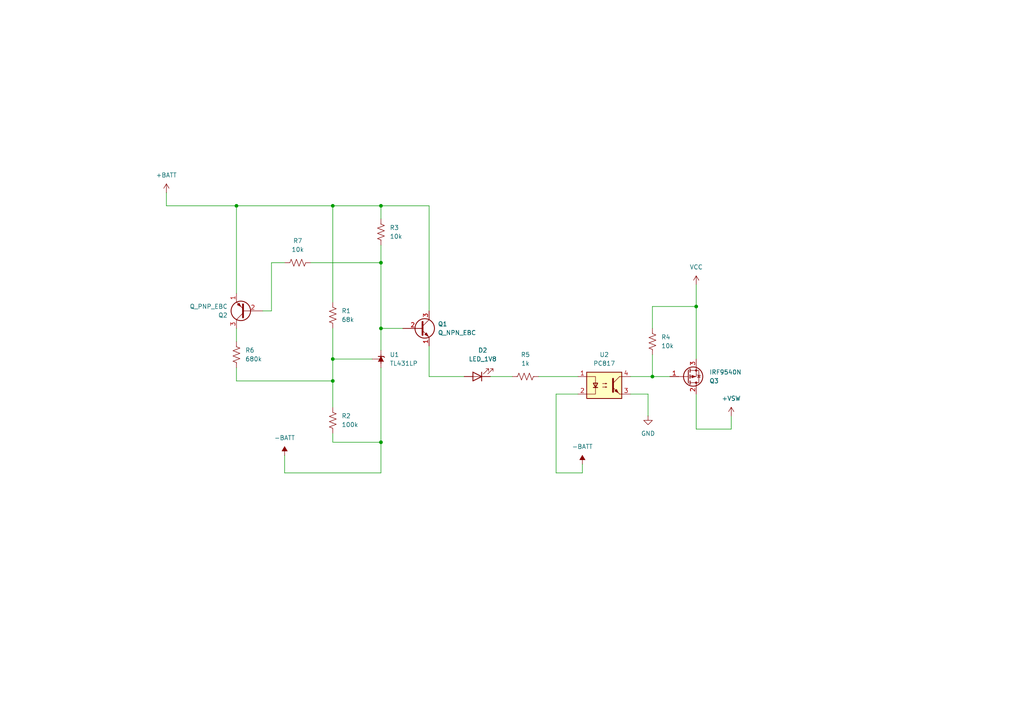
<source format=kicad_sch>
(kicad_sch (version 20231120) (generator "eeschema") (generator_version "8.0")
  (paper "A4")
  (lib_symbols
    (symbol "Device:LED" (pin_numbers hide) (pin_names (offset 1.016) hide)
      (property "Reference" "D" (at 0 2.54 0))
      (property "Value" "LED" (at 0 -2.54 0))
      (symbol "LED_0_1"
        (polyline (pts (xy -1.27 -1.27) (xy -1.27 1.27)) (stroke (width 0.254)))
        (polyline (pts (xy -1.27 0) (xy 1.27 0)))
        (polyline (pts (xy 1.27 -1.27) (xy 1.27 1.27) (xy -1.27 0) (xy 1.27 -1.27)) (stroke (width 0.254)))
        (polyline (pts (xy -3.048 -0.762) (xy -4.572 -2.286) (xy -3.81 -2.286) (xy -4.572 -2.286) (xy -4.572 -1.524)))
        (polyline (pts (xy -1.778 -0.762) (xy -3.302 -2.286) (xy -2.54 -2.286) (xy -3.302 -2.286) (xy -3.302 -1.524)))
      )
      (symbol "LED_1_1"
        (pin passive line (at -3.81 0 0) (length 2.54) (name "K") (number "1"))
        (pin passive line (at 3.81 0 180) (length 2.54) (name "A") (number "2"))
      )
    )
    (symbol "Device:Q_NPN_EBC" (pin_names (offset 0) hide)
      (property "Reference" "Q" (at 5.08 1.27 0))
      (property "Value" "Q_NPN_EBC" (at 5.08 -1.27 0))
      (symbol "Q_NPN_EBC_0_1"
        (polyline (pts (xy 0.635 0.635) (xy 2.54 2.54)))
        (polyline (pts (xy 0.635 -0.635) (xy 2.54 -2.54) (xy 2.54 -2.54)))
        (polyline (pts (xy 0.635 1.905) (xy 0.635 -1.905) (xy 0.635 -1.905)) (stroke (width 0.508)))
        (polyline (pts (xy 1.27 -1.778) (xy 1.778 -1.27) (xy 2.286 -2.286) (xy 1.27 -1.778) (xy 1.27 -1.778)) (fill (type outline)))
        (circle (center 1.27 0) (radius 2.8194) (stroke (width 0.254)))
      )
      (symbol "Q_NPN_EBC_1_1"
        (pin passive line (at 2.54 -5.08 90) (length 2.54) (name "E") (number "1"))
        (pin passive line (at -5.08 0 0) (length 5.715) (name "B") (number "2"))
        (pin passive line (at 2.54 5.08 270) (length 2.54) (name "C") (number "3"))
      )
    )
    (symbol "Device:Q_PNP_EBC" (pin_names (offset 0) hide)
      (property "Reference" "Q" (at 5.08 1.27 0))
      (property "Value" "Q_PNP_EBC" (at 5.08 -1.27 0))
      (symbol "Q_PNP_EBC_0_1"
        (polyline (pts (xy 0.635 0.635) (xy 2.54 2.54)))
        (polyline (pts (xy 0.635 -0.635) (xy 2.54 -2.54) (xy 2.54 -2.54)))
        (polyline (pts (xy 0.635 1.905) (xy 0.635 -1.905) (xy 0.635 -1.905)) (stroke (width 0.508)))
        (polyline (pts (xy 2.286 -1.778) (xy 1.778 -2.286) (xy 1.27 -1.27) (xy 2.286 -1.778) (xy 2.286 -1.778)) (fill (type outline)))
        (circle (center 1.27 0) (radius 2.8194) (stroke (width 0.254)))
      )
      (symbol "Q_PNP_EBC_1_1"
        (pin passive line (at 2.54 -5.08 90) (length 2.54) (name "E") (number "1"))
        (pin input line (at -5.08 0 0) (length 5.715) (name "B") (number "2"))
        (pin passive line (at 2.54 5.08 270) (length 2.54) (name "C") (number "3"))
      )
    )
    (symbol "Device:R_US" (pin_numbers hide) (pin_names (offset 0))
      (property "Reference" "R" (at 2.54 0 90))
      (property "Value" "R_US" (at -2.54 0 90))
      (symbol "R_US_0_1"
        (polyline (pts (xy 0 -2.286) (xy 0 -2.54)))
        (polyline (pts (xy 0 2.286) (xy 0 2.54)))
        (polyline (pts (xy 0 -0.762) (xy 1.016 -1.143) (xy 0 -1.524) (xy -1.016 -1.905) (xy 0 -2.286)))
        (polyline (pts (xy 0 0.762) (xy 1.016 0.381) (xy 0 0) (xy -1.016 -0.381) (xy 0 -0.762)))
        (polyline (pts (xy 0 2.286) (xy 1.016 1.905) (xy 0 1.524) (xy -1.016 1.143) (xy 0 0.762)))
      )
      (symbol "R_US_1_1"
        (pin passive line (at 0 3.81 270) (length 1.27) (name "~") (number "1"))
        (pin passive line (at 0 -3.81 90) (length 1.27) (name "~") (number "2"))
      )
    )
    (symbol "Isolator:PC817" (pin_names (offset 1.016))
      (property "Reference" "U" (at -5.08 5.08 0))
      (property "Value" "PC817" (at 0 5.08 0))
      (symbol "PC817_0_1"
        (rectangle (start -5.08 3.81) (end 5.08 -3.81) (stroke (width 0.254)) (fill (type background)))
        (polyline (pts (xy -3.175 -0.635) (xy -1.905 -0.635)) (stroke (width 0.254)))
        (polyline (pts (xy 2.54 0.635) (xy 4.445 2.54)))
        (polyline (pts (xy 4.445 -2.54) (xy 2.54 -0.635)) (fill (type outline)))
        (polyline (pts (xy 4.445 -2.54) (xy 5.08 -2.54)))
        (polyline (pts (xy 4.445 2.54) (xy 5.08 2.54)))
        (polyline (pts (xy -5.08 2.54) (xy -2.54 2.54) (xy -2.54 -0.635)))
        (polyline (pts (xy -2.54 -0.635) (xy -2.54 -2.54) (xy -5.08 -2.54)))
        (polyline (pts (xy 2.54 1.905) (xy 2.54 -1.905) (xy 2.54 -1.905)) (stroke (width 0.508)))
        (polyline (pts (xy -2.54 -0.635) (xy -3.175 0.635) (xy -1.905 0.635) (xy -2.54 -0.635)) (stroke (width 0.254)))
        (polyline (pts (xy -0.508 -0.508) (xy 0.762 -0.508) (xy 0.381 -0.635) (xy 0.381 -0.381) (xy 0.762 -0.508)))
        (polyline (pts (xy -0.508 0.508) (xy 0.762 0.508) (xy 0.381 0.381) (xy 0.381 0.635) (xy 0.762 0.508)))
        (polyline (pts (xy 3.048 -1.651) (xy 3.556 -1.143) (xy 4.064 -2.159) (xy 3.048 -1.651) (xy 3.048 -1.651)) (fill (type outline)))
      )
      (symbol "PC817_1_1"
        (pin passive line (at -7.62 2.54 0) (length 2.54) (name "~") (number "1"))
        (pin passive line (at -7.62 -2.54 0) (length 2.54) (name "~") (number "2"))
        (pin passive line (at 7.62 -2.54 180) (length 2.54) (name "~") (number "3"))
        (pin passive line (at 7.62 2.54 180) (length 2.54) (name "~") (number "4"))
      )
    )
    (symbol "Reference_Voltage:TL431LP" (pin_numbers hide) (pin_names hide)
      (property "Reference" "U" (at -2.54 2.54 0))
      (property "Value" "TL431LP" (at 0 -2.54 0))
      (symbol "TL431LP_0_1"
        (polyline (pts (xy -1.27 0) (xy 0 0) (xy 1.27 0)))
        (polyline (pts (xy -0.762 0.762) (xy 0.762 0) (xy -0.762 -0.762)) (fill (type outline)))
        (polyline (pts (xy 0.508 -1.016) (xy 0.762 -0.762) (xy 0.762 0.762) (xy 0.762 0.762)) (stroke (width 0.254)))
      )
      (symbol "TL431LP_1_1"
        (pin passive line (at 0 2.54 270) (length 2.54) (name "REF") (number "1"))
        (pin passive line (at -2.54 0 0) (length 2.54) (name "A") (number "2"))
        (pin passive line (at 2.54 0 180) (length 2.54) (name "K") (number "3"))
      )
    )
    (symbol "Transistor_FET:IRF9540N" (pin_names hide)
      (property "Reference" "Q" (at 5.08 1.905 0))
      (property "Value" "IRF9540N" (at 5.08 0 0))
      (symbol "IRF9540N_0_1"
        (polyline (pts (xy 0.254 0) (xy -2.54 0)))
        (polyline (pts (xy 0.254 1.905) (xy 0.254 -1.905)) (stroke (width 0.254)))
        (polyline (pts (xy 0.762 -1.27) (xy 0.762 -2.286)) (stroke (width 0.254)))
        (polyline (pts (xy 0.762 0.508) (xy 0.762 -0.508)) (stroke (width 0.254)))
        (polyline (pts (xy 0.762 2.286) (xy 0.762 1.27)) (stroke (width 0.254)))
        (polyline (pts (xy 2.54 2.54) (xy 2.54 1.778)))
        (polyline (pts (xy 2.54 -2.54) (xy 2.54 0) (xy 0.762 0)))
        (polyline (pts (xy 0.762 1.778) (xy 3.302 1.778) (xy 3.302 -1.778) (xy 0.762 -1.778)))
        (polyline (pts (xy 2.286 0) (xy 1.27 0.381) (xy 1.27 -0.381) (xy 2.286 0)) (fill (type outline)))
        (polyline (pts (xy 2.794 -0.508) (xy 2.921 -0.381) (xy 3.683 -0.381) (xy 3.81 -0.254)))
        (polyline (pts (xy 3.302 -0.381) (xy 2.921 0.254) (xy 3.683 0.254) (xy 3.302 -0.381)))
        (circle (center 1.651 0) (radius 2.794) (stroke (width 0.254)))
        (circle (center 2.54 -1.778) (radius 0.254) (fill (type outline)))
        (circle (center 2.54 1.778) (radius 0.254) (fill (type outline)))
      )
      (symbol "IRF9540N_1_1"
        (pin input line (at -5.08 0 0) (length 2.54) (name "G") (number "1"))
        (pin passive line (at 2.54 5.08 270) (length 2.54) (name "D") (number "2"))
        (pin passive line (at 2.54 -5.08 90) (length 2.54) (name "S") (number "3"))
      )
    )
    (symbol "power:+BATT" (power) (pin_numbers hide) (pin_names (offset 0) hide)
      (property "Value" "+BATT" (at 0 3.556 0))
      (symbol "+BATT_0_1"
        (polyline (pts (xy -0.762 1.27) (xy 0 2.54)))
        (polyline (pts (xy 0 0) (xy 0 2.54)))
        (polyline (pts (xy 0 2.54) (xy 0.762 1.27)))
      )
      (symbol "+BATT_1_1"
        (pin power_in line (at 0 0 90) (length 0) (name "~") (number "1"))
      )
    )
    (symbol "power:+VSW" (power) (pin_numbers hide) (pin_names (offset 0) hide)
      (property "Value" "+VSW" (at 0 3.556 0))
      (symbol "+VSW_0_1"
        (polyline (pts (xy -0.762 1.27) (xy 0 2.54)))
        (polyline (pts (xy 0 0) (xy 0 2.54)))
        (polyline (pts (xy 0 2.54) (xy 0.762 1.27)))
      )
      (symbol "+VSW_1_1"
        (pin power_in line (at 0 0 90) (length 0) (name "~") (number "1"))
      )
    )
    (symbol "power:-BATT" (power) (pin_numbers hide) (pin_names (offset 0) hide)
      (property "Value" "-BATT" (at 0 3.556 0))
      (symbol "-BATT_0_1"
        (polyline (pts (xy 0 0) (xy 0 2.54)))
        (polyline (pts (xy 0.762 1.27) (xy -0.762 1.27) (xy 0 2.54) (xy 0.762 1.27)) (fill (type outline)))
      )
      (symbol "-BATT_1_1"
        (pin power_in line (at 0 0 90) (length 0) (name "~") (number "1"))
      )
    )
    (symbol "power:GND" (power) (pin_numbers hide) (pin_names (offset 0) hide)
      (property "Value" "GND" (at 0 -3.81 0))
      (symbol "GND_0_1"
        (polyline (pts (xy 0 0) (xy 0 -1.27) (xy 1.27 -1.27) (xy 0 -2.54) (xy -1.27 -1.27) (xy 0 -1.27)))
      )
      (symbol "GND_1_1"
        (pin power_in line (at 0 0 270) (length 0) (name "~") (number "1"))
      )
    )
    (symbol "power:VCC" (power) (pin_numbers hide) (pin_names (offset 0) hide)
      (property "Value" "VCC" (at 0 3.556 0))
      (symbol "VCC_0_1"
        (polyline (pts (xy -0.762 1.27) (xy 0 2.54)))
        (polyline (pts (xy 0 0) (xy 0 2.54)))
        (polyline (pts (xy 0 2.54) (xy 0.762 1.27)))
      )
      (symbol "VCC_1_1"
        (pin power_in line (at 0 0 90) (length 0) (name "~") (number "1"))
      )
    )
  )
  (junction (at 68.58 59.69))
  (junction (at 189.23 109.22))
  (junction (at 110.49 59.69))
  (junction (at 110.49 95.25))
  (junction (at 201.93 88.9))
  (junction (at 110.49 128.27))
  (junction (at 96.52 59.69))
  (junction (at 96.52 110.49))
  (junction (at 110.49 76.2))
  (junction (at 96.52 104.14))
  (wire (pts (xy 189.23 109.22) (xy 194.31 109.22)))
  (wire (pts (xy 110.49 95.25) (xy 110.49 101.6)))
  (wire (pts (xy 148.59 109.22) (xy 142.24 109.22)))
  (wire (pts (xy 78.74 76.2) (xy 78.74 90.17)))
  (wire (pts (xy 124.46 109.22) (xy 124.46 100.33)))
  (wire (pts (xy 110.49 128.27) (xy 110.49 137.16)))
  (wire (pts (xy 68.58 95.25) (xy 68.58 99.06)))
  (wire (pts (xy 201.93 82.55) (xy 201.93 88.9)))
  (wire (pts (xy 96.52 104.14) (xy 107.95 104.14)))
  (wire (pts (xy 82.55 137.16) (xy 110.49 137.16)))
  (wire (pts (xy 167.64 109.22) (xy 156.21 109.22)))
  (wire (pts (xy 167.64 114.3) (xy 161.29 114.3)))
  (wire (pts (xy 78.74 76.2) (xy 82.55 76.2)))
  (wire (pts (xy 161.29 137.16) (xy 168.91 137.16)))
  (wire (pts (xy 68.58 106.68) (xy 68.58 110.49)))
  (wire (pts (xy 48.26 59.69) (xy 68.58 59.69)))
  (wire (pts (xy 189.23 95.25) (xy 189.23 88.9)))
  (wire (pts (xy 124.46 59.69) (xy 124.46 90.17)))
  (wire (pts (xy 68.58 59.69) (xy 96.52 59.69)))
  (wire (pts (xy 110.49 71.12) (xy 110.49 76.2)))
  (wire (pts (xy 201.93 88.9) (xy 201.93 104.14)))
  (wire (pts (xy 187.96 114.3) (xy 187.96 120.65)))
  (wire (pts (xy 78.74 90.17) (xy 76.2 90.17)))
  (wire (pts (xy 96.52 128.27) (xy 110.49 128.27)))
  (wire (pts (xy 96.52 104.14) (xy 96.52 110.49)))
  (wire (pts (xy 96.52 104.14) (xy 96.52 95.25)))
  (wire (pts (xy 189.23 109.22) (xy 182.88 109.22)))
  (wire (pts (xy 212.09 124.46) (xy 212.09 120.65)))
  (wire (pts (xy 189.23 88.9) (xy 201.93 88.9)))
  (wire (pts (xy 110.49 106.68) (xy 110.49 128.27)))
  (wire (pts (xy 68.58 110.49) (xy 96.52 110.49)))
  (wire (pts (xy 96.52 125.73) (xy 96.52 128.27)))
  (wire (pts (xy 161.29 114.3) (xy 161.29 137.16)))
  (wire (pts (xy 96.52 118.11) (xy 96.52 110.49)))
  (wire (pts (xy 68.58 59.69) (xy 68.58 85.09)))
  (wire (pts (xy 110.49 76.2) (xy 110.49 95.25)))
  (wire (pts (xy 134.62 109.22) (xy 124.46 109.22)))
  (wire (pts (xy 110.49 95.25) (xy 116.84 95.25)))
  (wire (pts (xy 82.55 132.08) (xy 82.55 137.16)))
  (wire (pts (xy 168.91 137.16) (xy 168.91 134.62)))
  (wire (pts (xy 48.26 55.88) (xy 48.26 59.69)))
  (wire (pts (xy 96.52 59.69) (xy 110.49 59.69)))
  (wire (pts (xy 201.93 124.46) (xy 212.09 124.46)))
  (wire (pts (xy 110.49 59.69) (xy 110.49 63.5)))
  (wire (pts (xy 189.23 102.87) (xy 189.23 109.22)))
  (wire (pts (xy 90.17 76.2) (xy 110.49 76.2)))
  (wire (pts (xy 96.52 59.69) (xy 96.52 87.63)))
  (wire (pts (xy 201.93 114.3) (xy 201.93 124.46)))
  (wire (pts (xy 182.88 114.3) (xy 187.96 114.3)))
  (wire (pts (xy 124.46 59.69) (xy 110.49 59.69)))
  (symbol (lib_id "Device:LED") (at 138.43 109.22 180) (unit 1)
    (property "Reference" "D2" (at 140.0175 101.6 0))
    (property "Value" "LED_1V8" (at 140.0175 104.14 0))
    (property "Description" "Light emitting diode" (effects (hide yes)))
  )
  (symbol (lib_id "power:-BATT") (at 168.91 134.62 0) (unit 1)
    (property "Reference" "#PWR06" (effects (hide yes)))
    (property "Value" "-BATT" (at 168.91 129.54 0))
    (property "Description" "Power symbol creates a global label with name \"-BATT\"" (effects (hide yes)))
  )
  (symbol (lib_id "Device:Q_NPN_EBC") (at 121.92 95.25 0) (unit 1)
    (property "Reference" "Q1" (at 127 93.9799 0) (effects (justify left)))
    (property "Value" "Q_NPN_EBC" (at 127 96.5199 0) (effects (justify left)))
    (property "Description" "NPN transistor, emitter/base/collector" (effects (hide yes)))
  )
  (symbol (lib_id "Device:R_US") (at 96.52 91.44 0) (unit 1)
    (property "Reference" "R1" (at 99.06 90.1699 0) (effects (justify left)))
    (property "Value" "68k" (at 99.06 92.7099 0) (effects (justify left)))
    (property "Description" "Resistor, US symbol" (effects (hide yes)))
  )
  (symbol (lib_id "Device:R_US") (at 152.4 109.22 90) (unit 1)
    (property "Reference" "R5" (at 152.4 102.87 90))
    (property "Value" "1k" (at 152.4 105.41 90))
    (property "Description" "Resistor, US symbol" (effects (hide yes)))
  )
  (symbol (lib_id "Device:R_US") (at 110.49 67.31 0) (unit 1)
    (property "Reference" "R3" (at 113.03 66.0399 0) (effects (justify left)))
    (property "Value" "10k" (at 113.03 68.5799 0) (effects (justify left)))
    (property "Description" "Resistor, US symbol" (effects (hide yes)))
  )
  (symbol (lib_id "Device:Q_PNP_EBC") (at 71.12 90.17 180) (unit 1)
    (property "Reference" "Q2" (at 66.04 91.4401 0) (effects (justify left)))
    (property "Value" "Q_PNP_EBC" (at 66.04 88.9001 0) (effects (justify left)))
    (property "Description" "PNP transistor, emitter/base/collector" (effects (hide yes)))
  )
  (symbol (lib_id "Transistor_FET:IRF9540N") (at 199.39 109.22 0) (mirror x) (unit 1)
    (property "Reference" "Q3" (at 205.74 110.4901 0) (effects (justify left)))
    (property "Value" "IRF9540N" (at 205.74 107.9501 0) (effects (justify left)))
    (property "Footprint" "Package_TO_SOT_THT:TO-220-3_Vertical" (effects (hide yes)))
    (property "Datasheet" "http://www.irf.com/product-info/datasheets/data/irf9540n.pdf" (effects (hide yes)))
    (property "Description" "-23A Id, -100V Vds, 117mOhm Rds, P-Channel HEXFET Power MOSFET, TO-220" (effects (hide yes)))
  )
  (symbol (lib_id "Isolator:PC817") (at 175.26 111.76 0) (unit 1)
    (property "Reference" "U2" (at 175.26 102.87 0))
    (property "Value" "PC817" (at 175.26 105.41 0))
    (property "Footprint" "Package_DIP:DIP-4_W7.62mm" (effects (hide yes)))
    (property "Datasheet" "http://www.soselectronic.cz/a_info/resource/d/pc817.pdf" (effects (hide yes)))
    (property "Description" "DC Optocoupler, Vce 35V, CTR 50-300%, DIP-4" (effects (hide yes)))
  )
  (symbol (lib_id "power:-BATT") (at 82.55 132.08 0) (unit 1)
    (property "Reference" "#PWR02" (effects (hide yes)))
    (property "Value" "-BATT" (at 82.55 127 0))
    (property "Description" "Power symbol creates a global label with name \"-BATT\"" (effects (hide yes)))
  )
  (symbol (lib_id "Device:R_US") (at 189.23 99.06 0) (unit 1)
    (property "Reference" "R4" (at 191.77 97.7899 0) (effects (justify left)))
    (property "Value" "10k" (at 191.77 100.3299 0) (effects (justify left)))
    (property "Description" "Resistor, US symbol" (effects (hide yes)))
  )
  (symbol (lib_id "Device:R_US") (at 68.58 102.87 0) (unit 1)
    (property "Reference" "R6" (at 71.12 101.5999 0) (effects (justify left)))
    (property "Value" "680k" (at 71.12 104.1399 0) (effects (justify left)))
    (property "Description" "Resistor, US symbol" (effects (hide yes)))
  )
  (symbol (lib_id "power:+BATT") (at 48.26 55.88 0) (unit 1)
    (property "Reference" "#PWR03" (effects (hide yes)))
    (property "Value" "+BATT" (at 48.26 50.8 0))
    (property "Description" "Power symbol creates a global label with name \"+BATT\"" (effects (hide yes)))
  )
  (symbol (lib_id "Device:R_US") (at 86.36 76.2 90) (unit 1)
    (property "Reference" "R7" (at 86.36 69.85 90))
    (property "Value" "10k" (at 86.36 72.39 90))
    (property "Description" "Resistor, US symbol" (effects (hide yes)))
  )
  (symbol (lib_id "Reference_Voltage:TL431LP") (at 110.49 104.14 90) (unit 1)
    (property "Reference" "U1" (at 113.03 102.8699 90) (effects (justify right)))
    (property "Value" "TL431LP" (at 113.03 105.4099 90) (effects (justify right)))
    (property "Footprint" "Package_TO_SOT_THT:TO-92_Inline" (effects (hide yes)))
    (property "Datasheet" "http://www.ti.com/lit/ds/symlink/tl431.pdf" (effects (hide yes)))
    (property "Description" "Shunt Regulator, TO-92" (effects (hide yes)))
  )
  (symbol (lib_id "power:GND") (at 187.96 120.65 0) (unit 1)
    (property "Reference" "#PWR01" (effects (hide yes)))
    (property "Value" "GND" (at 187.96 125.73 0))
    (property "Description" "Power symbol creates a global label with name \"GND\" , ground" (effects (hide yes)))
  )
  (symbol (lib_id "power:VCC") (at 201.93 82.55 0) (unit 1)
    (property "Reference" "#PWR05" (effects (hide yes)))
    (property "Value" "VCC" (at 201.93 77.47 0))
    (property "Description" "Power symbol creates a global label with name \"VCC\"" (effects (hide yes)))
  )
  (symbol (lib_id "power:+VSW") (at 212.09 120.65 0) (unit 1)
    (property "Reference" "#PWR04" (effects (hide yes)))
    (property "Value" "+VSW" (at 212.09 115.57 0))
    (property "Description" "Power symbol creates a global label with name \"+VSW\"" (effects (hide yes)))
  )
  (symbol (lib_id "Device:R_US") (at 96.52 121.92 0) (unit 1)
    (property "Reference" "R2" (at 99.06 120.6499 0) (effects (justify left)))
    (property "Value" "100k" (at 99.06 123.1899 0) (effects (justify left)))
    (property "Description" "Resistor, US symbol" (effects (hide yes)))
  )
)
</source>
